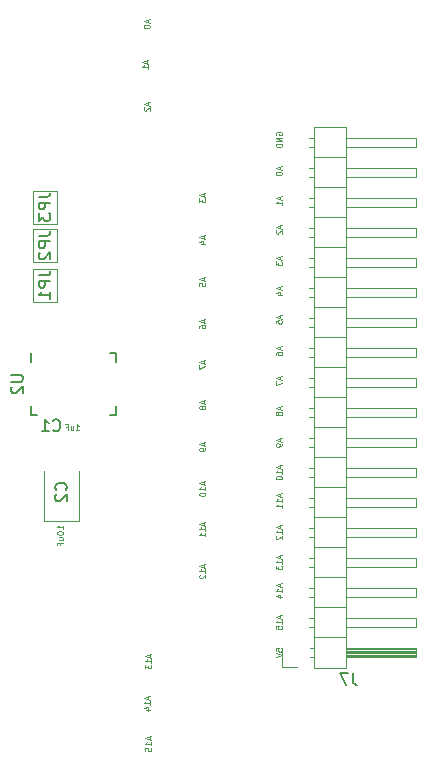
<source format=gbo>
G04 #@! TF.GenerationSoftware,KiCad,Pcbnew,(5.0.0)*
G04 #@! TF.CreationDate,2018-10-31T11:27:42+00:00*
G04 #@! TF.ProjectId,rpi0_HAT,727069305F4841542E6B696361645F70,rev?*
G04 #@! TF.SameCoordinates,Original*
G04 #@! TF.FileFunction,Legend,Bot*
G04 #@! TF.FilePolarity,Positive*
%FSLAX46Y46*%
G04 Gerber Fmt 4.6, Leading zero omitted, Abs format (unit mm)*
G04 Created by KiCad (PCBNEW (5.0.0)) date 10/31/18 11:27:42*
%MOMM*%
%LPD*%
G01*
G04 APERTURE LIST*
%ADD10C,0.125000*%
%ADD11C,0.150000*%
%ADD12C,0.120000*%
G04 APERTURE END LIST*
D10*
X131869619Y-118844190D02*
X132155333Y-118844190D01*
X132012476Y-118844190D02*
X132012476Y-118344190D01*
X132060095Y-118415619D01*
X132107714Y-118463238D01*
X132155333Y-118487047D01*
X131441047Y-118510857D02*
X131441047Y-118844190D01*
X131655333Y-118510857D02*
X131655333Y-118772761D01*
X131631523Y-118820380D01*
X131583904Y-118844190D01*
X131512476Y-118844190D01*
X131464857Y-118820380D01*
X131441047Y-118796571D01*
X131036285Y-118582285D02*
X131202952Y-118582285D01*
X131202952Y-118844190D02*
X131202952Y-118344190D01*
X130964857Y-118344190D01*
X130782190Y-127226285D02*
X130782190Y-126940571D01*
X130782190Y-127083428D02*
X130282190Y-127083428D01*
X130353619Y-127035809D01*
X130401238Y-126988190D01*
X130425047Y-126940571D01*
X130282190Y-127535809D02*
X130282190Y-127583428D01*
X130306000Y-127631047D01*
X130329809Y-127654857D01*
X130377428Y-127678666D01*
X130472666Y-127702476D01*
X130591714Y-127702476D01*
X130686952Y-127678666D01*
X130734571Y-127654857D01*
X130758380Y-127631047D01*
X130782190Y-127583428D01*
X130782190Y-127535809D01*
X130758380Y-127488190D01*
X130734571Y-127464380D01*
X130686952Y-127440571D01*
X130591714Y-127416761D01*
X130472666Y-127416761D01*
X130377428Y-127440571D01*
X130329809Y-127464380D01*
X130306000Y-127488190D01*
X130282190Y-127535809D01*
X130448857Y-128131047D02*
X130782190Y-128131047D01*
X130448857Y-127916761D02*
X130710761Y-127916761D01*
X130758380Y-127940571D01*
X130782190Y-127988190D01*
X130782190Y-128059619D01*
X130758380Y-128107238D01*
X130734571Y-128131047D01*
X130520285Y-128535809D02*
X130520285Y-128369142D01*
X130782190Y-128369142D02*
X130282190Y-128369142D01*
X130282190Y-128607238D01*
X138005333Y-84097857D02*
X138005333Y-84335952D01*
X138148190Y-84050238D02*
X137648190Y-84216904D01*
X138148190Y-84383571D01*
X137648190Y-84645476D02*
X137648190Y-84693095D01*
X137672000Y-84740714D01*
X137695809Y-84764523D01*
X137743428Y-84788333D01*
X137838666Y-84812142D01*
X137957714Y-84812142D01*
X138052952Y-84788333D01*
X138100571Y-84764523D01*
X138124380Y-84740714D01*
X138148190Y-84693095D01*
X138148190Y-84645476D01*
X138124380Y-84597857D01*
X138100571Y-84574047D01*
X138052952Y-84550238D01*
X137957714Y-84526428D01*
X137838666Y-84526428D01*
X137743428Y-84550238D01*
X137695809Y-84574047D01*
X137672000Y-84597857D01*
X137648190Y-84645476D01*
X137878333Y-87526857D02*
X137878333Y-87764952D01*
X138021190Y-87479238D02*
X137521190Y-87645904D01*
X138021190Y-87812571D01*
X138021190Y-88241142D02*
X138021190Y-87955428D01*
X138021190Y-88098285D02*
X137521190Y-88098285D01*
X137592619Y-88050666D01*
X137640238Y-88003047D01*
X137664047Y-87955428D01*
X138005333Y-91082857D02*
X138005333Y-91320952D01*
X138148190Y-91035238D02*
X137648190Y-91201904D01*
X138148190Y-91368571D01*
X137695809Y-91511428D02*
X137672000Y-91535238D01*
X137648190Y-91582857D01*
X137648190Y-91701904D01*
X137672000Y-91749523D01*
X137695809Y-91773333D01*
X137743428Y-91797142D01*
X137791047Y-91797142D01*
X137862476Y-91773333D01*
X138148190Y-91487619D01*
X138148190Y-91797142D01*
X138132333Y-144819761D02*
X138132333Y-145057857D01*
X138275190Y-144772142D02*
X137775190Y-144938809D01*
X138275190Y-145105476D01*
X138275190Y-145534047D02*
X138275190Y-145248333D01*
X138275190Y-145391190D02*
X137775190Y-145391190D01*
X137846619Y-145343571D01*
X137894238Y-145295952D01*
X137918047Y-145248333D01*
X137775190Y-145986428D02*
X137775190Y-145748333D01*
X138013285Y-145724523D01*
X137989476Y-145748333D01*
X137965666Y-145795952D01*
X137965666Y-145915000D01*
X137989476Y-145962619D01*
X138013285Y-145986428D01*
X138060904Y-146010238D01*
X138179952Y-146010238D01*
X138227571Y-145986428D01*
X138251380Y-145962619D01*
X138275190Y-145915000D01*
X138275190Y-145795952D01*
X138251380Y-145748333D01*
X138227571Y-145724523D01*
X138005333Y-141390761D02*
X138005333Y-141628857D01*
X138148190Y-141343142D02*
X137648190Y-141509809D01*
X138148190Y-141676476D01*
X138148190Y-142105047D02*
X138148190Y-141819333D01*
X138148190Y-141962190D02*
X137648190Y-141962190D01*
X137719619Y-141914571D01*
X137767238Y-141866952D01*
X137791047Y-141819333D01*
X137814857Y-142533619D02*
X138148190Y-142533619D01*
X137624380Y-142414571D02*
X137981523Y-142295523D01*
X137981523Y-142605047D01*
X138132333Y-137834761D02*
X138132333Y-138072857D01*
X138275190Y-137787142D02*
X137775190Y-137953809D01*
X138275190Y-138120476D01*
X138275190Y-138549047D02*
X138275190Y-138263333D01*
X138275190Y-138406190D02*
X137775190Y-138406190D01*
X137846619Y-138358571D01*
X137894238Y-138310952D01*
X137918047Y-138263333D01*
X137775190Y-138715714D02*
X137775190Y-139025238D01*
X137965666Y-138858571D01*
X137965666Y-138930000D01*
X137989476Y-138977619D01*
X138013285Y-139001428D01*
X138060904Y-139025238D01*
X138179952Y-139025238D01*
X138227571Y-139001428D01*
X138251380Y-138977619D01*
X138275190Y-138930000D01*
X138275190Y-138787142D01*
X138251380Y-138739523D01*
X138227571Y-138715714D01*
X142704333Y-116355857D02*
X142704333Y-116593952D01*
X142847190Y-116308238D02*
X142347190Y-116474904D01*
X142847190Y-116641571D01*
X142561476Y-116879666D02*
X142537666Y-116832047D01*
X142513857Y-116808238D01*
X142466238Y-116784428D01*
X142442428Y-116784428D01*
X142394809Y-116808238D01*
X142371000Y-116832047D01*
X142347190Y-116879666D01*
X142347190Y-116974904D01*
X142371000Y-117022523D01*
X142394809Y-117046333D01*
X142442428Y-117070142D01*
X142466238Y-117070142D01*
X142513857Y-117046333D01*
X142537666Y-117022523D01*
X142561476Y-116974904D01*
X142561476Y-116879666D01*
X142585285Y-116832047D01*
X142609095Y-116808238D01*
X142656714Y-116784428D01*
X142751952Y-116784428D01*
X142799571Y-116808238D01*
X142823380Y-116832047D01*
X142847190Y-116879666D01*
X142847190Y-116974904D01*
X142823380Y-117022523D01*
X142799571Y-117046333D01*
X142751952Y-117070142D01*
X142656714Y-117070142D01*
X142609095Y-117046333D01*
X142585285Y-117022523D01*
X142561476Y-116974904D01*
X142704333Y-109497857D02*
X142704333Y-109735952D01*
X142847190Y-109450238D02*
X142347190Y-109616904D01*
X142847190Y-109783571D01*
X142347190Y-110164523D02*
X142347190Y-110069285D01*
X142371000Y-110021666D01*
X142394809Y-109997857D01*
X142466238Y-109950238D01*
X142561476Y-109926428D01*
X142751952Y-109926428D01*
X142799571Y-109950238D01*
X142823380Y-109974047D01*
X142847190Y-110021666D01*
X142847190Y-110116904D01*
X142823380Y-110164523D01*
X142799571Y-110188333D01*
X142751952Y-110212142D01*
X142632904Y-110212142D01*
X142585285Y-110188333D01*
X142561476Y-110164523D01*
X142537666Y-110116904D01*
X142537666Y-110021666D01*
X142561476Y-109974047D01*
X142585285Y-109950238D01*
X142632904Y-109926428D01*
X142704333Y-105941857D02*
X142704333Y-106179952D01*
X142847190Y-105894238D02*
X142347190Y-106060904D01*
X142847190Y-106227571D01*
X142347190Y-106632333D02*
X142347190Y-106394238D01*
X142585285Y-106370428D01*
X142561476Y-106394238D01*
X142537666Y-106441857D01*
X142537666Y-106560904D01*
X142561476Y-106608523D01*
X142585285Y-106632333D01*
X142632904Y-106656142D01*
X142751952Y-106656142D01*
X142799571Y-106632333D01*
X142823380Y-106608523D01*
X142847190Y-106560904D01*
X142847190Y-106441857D01*
X142823380Y-106394238D01*
X142799571Y-106370428D01*
X142704333Y-112926857D02*
X142704333Y-113164952D01*
X142847190Y-112879238D02*
X142347190Y-113045904D01*
X142847190Y-113212571D01*
X142347190Y-113331619D02*
X142347190Y-113664952D01*
X142847190Y-113450666D01*
X142704333Y-98829857D02*
X142704333Y-99067952D01*
X142847190Y-98782238D02*
X142347190Y-98948904D01*
X142847190Y-99115571D01*
X142347190Y-99234619D02*
X142347190Y-99544142D01*
X142537666Y-99377476D01*
X142537666Y-99448904D01*
X142561476Y-99496523D01*
X142585285Y-99520333D01*
X142632904Y-99544142D01*
X142751952Y-99544142D01*
X142799571Y-99520333D01*
X142823380Y-99496523D01*
X142847190Y-99448904D01*
X142847190Y-99306047D01*
X142823380Y-99258428D01*
X142799571Y-99234619D01*
X142704333Y-102385857D02*
X142704333Y-102623952D01*
X142847190Y-102338238D02*
X142347190Y-102504904D01*
X142847190Y-102671571D01*
X142513857Y-103052523D02*
X142847190Y-103052523D01*
X142323380Y-102933476D02*
X142680523Y-102814428D01*
X142680523Y-103123952D01*
X142704333Y-130214761D02*
X142704333Y-130452857D01*
X142847190Y-130167142D02*
X142347190Y-130333809D01*
X142847190Y-130500476D01*
X142847190Y-130929047D02*
X142847190Y-130643333D01*
X142847190Y-130786190D02*
X142347190Y-130786190D01*
X142418619Y-130738571D01*
X142466238Y-130690952D01*
X142490047Y-130643333D01*
X142394809Y-131119523D02*
X142371000Y-131143333D01*
X142347190Y-131190952D01*
X142347190Y-131310000D01*
X142371000Y-131357619D01*
X142394809Y-131381428D01*
X142442428Y-131405238D01*
X142490047Y-131405238D01*
X142561476Y-131381428D01*
X142847190Y-131095714D01*
X142847190Y-131405238D01*
X142704333Y-126658761D02*
X142704333Y-126896857D01*
X142847190Y-126611142D02*
X142347190Y-126777809D01*
X142847190Y-126944476D01*
X142847190Y-127373047D02*
X142847190Y-127087333D01*
X142847190Y-127230190D02*
X142347190Y-127230190D01*
X142418619Y-127182571D01*
X142466238Y-127134952D01*
X142490047Y-127087333D01*
X142847190Y-127849238D02*
X142847190Y-127563523D01*
X142847190Y-127706380D02*
X142347190Y-127706380D01*
X142418619Y-127658761D01*
X142466238Y-127611142D01*
X142490047Y-127563523D01*
X142704333Y-119911857D02*
X142704333Y-120149952D01*
X142847190Y-119864238D02*
X142347190Y-120030904D01*
X142847190Y-120197571D01*
X142847190Y-120388047D02*
X142847190Y-120483285D01*
X142823380Y-120530904D01*
X142799571Y-120554714D01*
X142728142Y-120602333D01*
X142632904Y-120626142D01*
X142442428Y-120626142D01*
X142394809Y-120602333D01*
X142371000Y-120578523D01*
X142347190Y-120530904D01*
X142347190Y-120435666D01*
X142371000Y-120388047D01*
X142394809Y-120364238D01*
X142442428Y-120340428D01*
X142561476Y-120340428D01*
X142609095Y-120364238D01*
X142632904Y-120388047D01*
X142656714Y-120435666D01*
X142656714Y-120530904D01*
X142632904Y-120578523D01*
X142609095Y-120602333D01*
X142561476Y-120626142D01*
X142704333Y-123229761D02*
X142704333Y-123467857D01*
X142847190Y-123182142D02*
X142347190Y-123348809D01*
X142847190Y-123515476D01*
X142847190Y-123944047D02*
X142847190Y-123658333D01*
X142847190Y-123801190D02*
X142347190Y-123801190D01*
X142418619Y-123753571D01*
X142466238Y-123705952D01*
X142490047Y-123658333D01*
X142347190Y-124253571D02*
X142347190Y-124301190D01*
X142371000Y-124348809D01*
X142394809Y-124372619D01*
X142442428Y-124396428D01*
X142537666Y-124420238D01*
X142656714Y-124420238D01*
X142751952Y-124396428D01*
X142799571Y-124372619D01*
X142823380Y-124348809D01*
X142847190Y-124301190D01*
X142847190Y-124253571D01*
X142823380Y-124205952D01*
X142799571Y-124182142D01*
X142751952Y-124158333D01*
X142656714Y-124134523D01*
X142537666Y-124134523D01*
X142442428Y-124158333D01*
X142394809Y-124182142D01*
X142371000Y-124205952D01*
X142347190Y-124253571D01*
X149181333Y-134532761D02*
X149181333Y-134770857D01*
X149324190Y-134485142D02*
X148824190Y-134651809D01*
X149324190Y-134818476D01*
X149324190Y-135247047D02*
X149324190Y-134961333D01*
X149324190Y-135104190D02*
X148824190Y-135104190D01*
X148895619Y-135056571D01*
X148943238Y-135008952D01*
X148967047Y-134961333D01*
X148824190Y-135699428D02*
X148824190Y-135461333D01*
X149062285Y-135437523D01*
X149038476Y-135461333D01*
X149014666Y-135508952D01*
X149014666Y-135628000D01*
X149038476Y-135675619D01*
X149062285Y-135699428D01*
X149109904Y-135723238D01*
X149228952Y-135723238D01*
X149276571Y-135699428D01*
X149300380Y-135675619D01*
X149324190Y-135628000D01*
X149324190Y-135508952D01*
X149300380Y-135461333D01*
X149276571Y-135437523D01*
X148824190Y-137572761D02*
X148824190Y-137334666D01*
X149062285Y-137310857D01*
X149038476Y-137334666D01*
X149014666Y-137382285D01*
X149014666Y-137501333D01*
X149038476Y-137548952D01*
X149062285Y-137572761D01*
X149109904Y-137596571D01*
X149228952Y-137596571D01*
X149276571Y-137572761D01*
X149300380Y-137548952D01*
X149324190Y-137501333D01*
X149324190Y-137382285D01*
X149300380Y-137334666D01*
X149276571Y-137310857D01*
X148824190Y-137739428D02*
X149324190Y-137906095D01*
X148824190Y-138072761D01*
X149181333Y-131865761D02*
X149181333Y-132103857D01*
X149324190Y-131818142D02*
X148824190Y-131984809D01*
X149324190Y-132151476D01*
X149324190Y-132580047D02*
X149324190Y-132294333D01*
X149324190Y-132437190D02*
X148824190Y-132437190D01*
X148895619Y-132389571D01*
X148943238Y-132341952D01*
X148967047Y-132294333D01*
X148990857Y-133008619D02*
X149324190Y-133008619D01*
X148800380Y-132889571D02*
X149157523Y-132770523D01*
X149157523Y-133080047D01*
X149181333Y-126912761D02*
X149181333Y-127150857D01*
X149324190Y-126865142D02*
X148824190Y-127031809D01*
X149324190Y-127198476D01*
X149324190Y-127627047D02*
X149324190Y-127341333D01*
X149324190Y-127484190D02*
X148824190Y-127484190D01*
X148895619Y-127436571D01*
X148943238Y-127388952D01*
X148967047Y-127341333D01*
X148871809Y-127817523D02*
X148848000Y-127841333D01*
X148824190Y-127888952D01*
X148824190Y-128008000D01*
X148848000Y-128055619D01*
X148871809Y-128079428D01*
X148919428Y-128103238D01*
X148967047Y-128103238D01*
X149038476Y-128079428D01*
X149324190Y-127793714D01*
X149324190Y-128103238D01*
X149181333Y-129452761D02*
X149181333Y-129690857D01*
X149324190Y-129405142D02*
X148824190Y-129571809D01*
X149324190Y-129738476D01*
X149324190Y-130167047D02*
X149324190Y-129881333D01*
X149324190Y-130024190D02*
X148824190Y-130024190D01*
X148895619Y-129976571D01*
X148943238Y-129928952D01*
X148967047Y-129881333D01*
X148824190Y-130333714D02*
X148824190Y-130643238D01*
X149014666Y-130476571D01*
X149014666Y-130548000D01*
X149038476Y-130595619D01*
X149062285Y-130619428D01*
X149109904Y-130643238D01*
X149228952Y-130643238D01*
X149276571Y-130619428D01*
X149300380Y-130595619D01*
X149324190Y-130548000D01*
X149324190Y-130405142D01*
X149300380Y-130357523D01*
X149276571Y-130333714D01*
X149181333Y-124245761D02*
X149181333Y-124483857D01*
X149324190Y-124198142D02*
X148824190Y-124364809D01*
X149324190Y-124531476D01*
X149324190Y-124960047D02*
X149324190Y-124674333D01*
X149324190Y-124817190D02*
X148824190Y-124817190D01*
X148895619Y-124769571D01*
X148943238Y-124721952D01*
X148967047Y-124674333D01*
X149324190Y-125436238D02*
X149324190Y-125150523D01*
X149324190Y-125293380D02*
X148824190Y-125293380D01*
X148895619Y-125245761D01*
X148943238Y-125198142D01*
X148967047Y-125150523D01*
X149181333Y-119530857D02*
X149181333Y-119768952D01*
X149324190Y-119483238D02*
X148824190Y-119649904D01*
X149324190Y-119816571D01*
X149324190Y-120007047D02*
X149324190Y-120102285D01*
X149300380Y-120149904D01*
X149276571Y-120173714D01*
X149205142Y-120221333D01*
X149109904Y-120245142D01*
X148919428Y-120245142D01*
X148871809Y-120221333D01*
X148848000Y-120197523D01*
X148824190Y-120149904D01*
X148824190Y-120054666D01*
X148848000Y-120007047D01*
X148871809Y-119983238D01*
X148919428Y-119959428D01*
X149038476Y-119959428D01*
X149086095Y-119983238D01*
X149109904Y-120007047D01*
X149133714Y-120054666D01*
X149133714Y-120149904D01*
X149109904Y-120197523D01*
X149086095Y-120221333D01*
X149038476Y-120245142D01*
X149181333Y-116863857D02*
X149181333Y-117101952D01*
X149324190Y-116816238D02*
X148824190Y-116982904D01*
X149324190Y-117149571D01*
X149038476Y-117387666D02*
X149014666Y-117340047D01*
X148990857Y-117316238D01*
X148943238Y-117292428D01*
X148919428Y-117292428D01*
X148871809Y-117316238D01*
X148848000Y-117340047D01*
X148824190Y-117387666D01*
X148824190Y-117482904D01*
X148848000Y-117530523D01*
X148871809Y-117554333D01*
X148919428Y-117578142D01*
X148943238Y-117578142D01*
X148990857Y-117554333D01*
X149014666Y-117530523D01*
X149038476Y-117482904D01*
X149038476Y-117387666D01*
X149062285Y-117340047D01*
X149086095Y-117316238D01*
X149133714Y-117292428D01*
X149228952Y-117292428D01*
X149276571Y-117316238D01*
X149300380Y-117340047D01*
X149324190Y-117387666D01*
X149324190Y-117482904D01*
X149300380Y-117530523D01*
X149276571Y-117554333D01*
X149228952Y-117578142D01*
X149133714Y-117578142D01*
X149086095Y-117554333D01*
X149062285Y-117530523D01*
X149038476Y-117482904D01*
X149181333Y-121832761D02*
X149181333Y-122070857D01*
X149324190Y-121785142D02*
X148824190Y-121951809D01*
X149324190Y-122118476D01*
X149324190Y-122547047D02*
X149324190Y-122261333D01*
X149324190Y-122404190D02*
X148824190Y-122404190D01*
X148895619Y-122356571D01*
X148943238Y-122308952D01*
X148967047Y-122261333D01*
X148824190Y-122856571D02*
X148824190Y-122904190D01*
X148848000Y-122951809D01*
X148871809Y-122975619D01*
X148919428Y-122999428D01*
X149014666Y-123023238D01*
X149133714Y-123023238D01*
X149228952Y-122999428D01*
X149276571Y-122975619D01*
X149300380Y-122951809D01*
X149324190Y-122904190D01*
X149324190Y-122856571D01*
X149300380Y-122808952D01*
X149276571Y-122785142D01*
X149228952Y-122761333D01*
X149133714Y-122737523D01*
X149014666Y-122737523D01*
X148919428Y-122761333D01*
X148871809Y-122785142D01*
X148848000Y-122808952D01*
X148824190Y-122856571D01*
X149181333Y-111783857D02*
X149181333Y-112021952D01*
X149324190Y-111736238D02*
X148824190Y-111902904D01*
X149324190Y-112069571D01*
X148824190Y-112450523D02*
X148824190Y-112355285D01*
X148848000Y-112307666D01*
X148871809Y-112283857D01*
X148943238Y-112236238D01*
X149038476Y-112212428D01*
X149228952Y-112212428D01*
X149276571Y-112236238D01*
X149300380Y-112260047D01*
X149324190Y-112307666D01*
X149324190Y-112402904D01*
X149300380Y-112450523D01*
X149276571Y-112474333D01*
X149228952Y-112498142D01*
X149109904Y-112498142D01*
X149062285Y-112474333D01*
X149038476Y-112450523D01*
X149014666Y-112402904D01*
X149014666Y-112307666D01*
X149038476Y-112260047D01*
X149062285Y-112236238D01*
X149109904Y-112212428D01*
X149181333Y-114323857D02*
X149181333Y-114561952D01*
X149324190Y-114276238D02*
X148824190Y-114442904D01*
X149324190Y-114609571D01*
X148824190Y-114728619D02*
X148824190Y-115061952D01*
X149324190Y-114847666D01*
X149181333Y-109116857D02*
X149181333Y-109354952D01*
X149324190Y-109069238D02*
X148824190Y-109235904D01*
X149324190Y-109402571D01*
X148824190Y-109807333D02*
X148824190Y-109569238D01*
X149062285Y-109545428D01*
X149038476Y-109569238D01*
X149014666Y-109616857D01*
X149014666Y-109735904D01*
X149038476Y-109783523D01*
X149062285Y-109807333D01*
X149109904Y-109831142D01*
X149228952Y-109831142D01*
X149276571Y-109807333D01*
X149300380Y-109783523D01*
X149324190Y-109735904D01*
X149324190Y-109616857D01*
X149300380Y-109569238D01*
X149276571Y-109545428D01*
X149181333Y-104163857D02*
X149181333Y-104401952D01*
X149324190Y-104116238D02*
X148824190Y-104282904D01*
X149324190Y-104449571D01*
X148824190Y-104568619D02*
X148824190Y-104878142D01*
X149014666Y-104711476D01*
X149014666Y-104782904D01*
X149038476Y-104830523D01*
X149062285Y-104854333D01*
X149109904Y-104878142D01*
X149228952Y-104878142D01*
X149276571Y-104854333D01*
X149300380Y-104830523D01*
X149324190Y-104782904D01*
X149324190Y-104640047D01*
X149300380Y-104592428D01*
X149276571Y-104568619D01*
X149181333Y-106703857D02*
X149181333Y-106941952D01*
X149324190Y-106656238D02*
X148824190Y-106822904D01*
X149324190Y-106989571D01*
X148990857Y-107370523D02*
X149324190Y-107370523D01*
X148800380Y-107251476D02*
X149157523Y-107132428D01*
X149157523Y-107441952D01*
X149181333Y-101496857D02*
X149181333Y-101734952D01*
X149324190Y-101449238D02*
X148824190Y-101615904D01*
X149324190Y-101782571D01*
X148871809Y-101925428D02*
X148848000Y-101949238D01*
X148824190Y-101996857D01*
X148824190Y-102115904D01*
X148848000Y-102163523D01*
X148871809Y-102187333D01*
X148919428Y-102211142D01*
X148967047Y-102211142D01*
X149038476Y-102187333D01*
X149324190Y-101901619D01*
X149324190Y-102211142D01*
X149181333Y-99083857D02*
X149181333Y-99321952D01*
X149324190Y-99036238D02*
X148824190Y-99202904D01*
X149324190Y-99369571D01*
X149324190Y-99798142D02*
X149324190Y-99512428D01*
X149324190Y-99655285D02*
X148824190Y-99655285D01*
X148895619Y-99607666D01*
X148943238Y-99560047D01*
X148967047Y-99512428D01*
X149181333Y-96543857D02*
X149181333Y-96781952D01*
X149324190Y-96496238D02*
X148824190Y-96662904D01*
X149324190Y-96829571D01*
X148824190Y-97091476D02*
X148824190Y-97139095D01*
X148848000Y-97186714D01*
X148871809Y-97210523D01*
X148919428Y-97234333D01*
X149014666Y-97258142D01*
X149133714Y-97258142D01*
X149228952Y-97234333D01*
X149276571Y-97210523D01*
X149300380Y-97186714D01*
X149324190Y-97139095D01*
X149324190Y-97091476D01*
X149300380Y-97043857D01*
X149276571Y-97020047D01*
X149228952Y-96996238D01*
X149133714Y-96972428D01*
X149014666Y-96972428D01*
X148919428Y-96996238D01*
X148871809Y-97020047D01*
X148848000Y-97043857D01*
X148824190Y-97091476D01*
X148848000Y-93853047D02*
X148824190Y-93805428D01*
X148824190Y-93734000D01*
X148848000Y-93662571D01*
X148895619Y-93614952D01*
X148943238Y-93591142D01*
X149038476Y-93567333D01*
X149109904Y-93567333D01*
X149205142Y-93591142D01*
X149252761Y-93614952D01*
X149300380Y-93662571D01*
X149324190Y-93734000D01*
X149324190Y-93781619D01*
X149300380Y-93853047D01*
X149276571Y-93876857D01*
X149109904Y-93876857D01*
X149109904Y-93781619D01*
X149324190Y-94091142D02*
X148824190Y-94091142D01*
X149324190Y-94376857D01*
X148824190Y-94376857D01*
X149324190Y-94614952D02*
X148824190Y-94614952D01*
X148824190Y-94734000D01*
X148848000Y-94805428D01*
X148895619Y-94853047D01*
X148943238Y-94876857D01*
X149038476Y-94900666D01*
X149109904Y-94900666D01*
X149205142Y-94876857D01*
X149252761Y-94853047D01*
X149300380Y-94805428D01*
X149324190Y-94734000D01*
X149324190Y-94614952D01*
D11*
G04 #@! TO.C,U2*
X128074000Y-117560000D02*
X128599000Y-117560000D01*
X135324000Y-112310000D02*
X134799000Y-112310000D01*
X135324000Y-117560000D02*
X134799000Y-117560000D01*
X128074000Y-112310000D02*
X128074000Y-113085000D01*
X135324000Y-112310000D02*
X135324000Y-113085000D01*
X135324000Y-117560000D02*
X135324000Y-116785000D01*
X128074000Y-117560000D02*
X128074000Y-116785000D01*
D12*
G04 #@! TO.C,JP3*
X130286000Y-98564000D02*
X128286000Y-98564000D01*
X130286000Y-101364000D02*
X130286000Y-98564000D01*
X128286000Y-101364000D02*
X130286000Y-101364000D01*
X128286000Y-98564000D02*
X128286000Y-101364000D01*
G04 #@! TO.C,C2*
X132193000Y-122329000D02*
X132193000Y-126539000D01*
X132193000Y-126539000D02*
X129173000Y-126539000D01*
X129173000Y-126539000D02*
X129173000Y-122329000D01*
G04 #@! TO.C,J7*
X152062000Y-138998000D02*
X152062000Y-93158000D01*
X152062000Y-93158000D02*
X154722000Y-93158000D01*
X154722000Y-93158000D02*
X154722000Y-138998000D01*
X154722000Y-138998000D02*
X152062000Y-138998000D01*
X154722000Y-138048000D02*
X160722000Y-138048000D01*
X160722000Y-138048000D02*
X160722000Y-137288000D01*
X160722000Y-137288000D02*
X154722000Y-137288000D01*
X154722000Y-137988000D02*
X160722000Y-137988000D01*
X154722000Y-137868000D02*
X160722000Y-137868000D01*
X154722000Y-137748000D02*
X160722000Y-137748000D01*
X154722000Y-137628000D02*
X160722000Y-137628000D01*
X154722000Y-137508000D02*
X160722000Y-137508000D01*
X154722000Y-137388000D02*
X160722000Y-137388000D01*
X151732000Y-138048000D02*
X152062000Y-138048000D01*
X151732000Y-137288000D02*
X152062000Y-137288000D01*
X152062000Y-136398000D02*
X154722000Y-136398000D01*
X154722000Y-135508000D02*
X160722000Y-135508000D01*
X160722000Y-135508000D02*
X160722000Y-134748000D01*
X160722000Y-134748000D02*
X154722000Y-134748000D01*
X151664929Y-135508000D02*
X152062000Y-135508000D01*
X151664929Y-134748000D02*
X152062000Y-134748000D01*
X152062000Y-133858000D02*
X154722000Y-133858000D01*
X154722000Y-132968000D02*
X160722000Y-132968000D01*
X160722000Y-132968000D02*
X160722000Y-132208000D01*
X160722000Y-132208000D02*
X154722000Y-132208000D01*
X151664929Y-132968000D02*
X152062000Y-132968000D01*
X151664929Y-132208000D02*
X152062000Y-132208000D01*
X152062000Y-131318000D02*
X154722000Y-131318000D01*
X154722000Y-130428000D02*
X160722000Y-130428000D01*
X160722000Y-130428000D02*
X160722000Y-129668000D01*
X160722000Y-129668000D02*
X154722000Y-129668000D01*
X151664929Y-130428000D02*
X152062000Y-130428000D01*
X151664929Y-129668000D02*
X152062000Y-129668000D01*
X152062000Y-128778000D02*
X154722000Y-128778000D01*
X154722000Y-127888000D02*
X160722000Y-127888000D01*
X160722000Y-127888000D02*
X160722000Y-127128000D01*
X160722000Y-127128000D02*
X154722000Y-127128000D01*
X151664929Y-127888000D02*
X152062000Y-127888000D01*
X151664929Y-127128000D02*
X152062000Y-127128000D01*
X152062000Y-126238000D02*
X154722000Y-126238000D01*
X154722000Y-125348000D02*
X160722000Y-125348000D01*
X160722000Y-125348000D02*
X160722000Y-124588000D01*
X160722000Y-124588000D02*
X154722000Y-124588000D01*
X151664929Y-125348000D02*
X152062000Y-125348000D01*
X151664929Y-124588000D02*
X152062000Y-124588000D01*
X152062000Y-123698000D02*
X154722000Y-123698000D01*
X154722000Y-122808000D02*
X160722000Y-122808000D01*
X160722000Y-122808000D02*
X160722000Y-122048000D01*
X160722000Y-122048000D02*
X154722000Y-122048000D01*
X151664929Y-122808000D02*
X152062000Y-122808000D01*
X151664929Y-122048000D02*
X152062000Y-122048000D01*
X152062000Y-121158000D02*
X154722000Y-121158000D01*
X154722000Y-120268000D02*
X160722000Y-120268000D01*
X160722000Y-120268000D02*
X160722000Y-119508000D01*
X160722000Y-119508000D02*
X154722000Y-119508000D01*
X151664929Y-120268000D02*
X152062000Y-120268000D01*
X151664929Y-119508000D02*
X152062000Y-119508000D01*
X152062000Y-118618000D02*
X154722000Y-118618000D01*
X154722000Y-117728000D02*
X160722000Y-117728000D01*
X160722000Y-117728000D02*
X160722000Y-116968000D01*
X160722000Y-116968000D02*
X154722000Y-116968000D01*
X151664929Y-117728000D02*
X152062000Y-117728000D01*
X151664929Y-116968000D02*
X152062000Y-116968000D01*
X152062000Y-116078000D02*
X154722000Y-116078000D01*
X154722000Y-115188000D02*
X160722000Y-115188000D01*
X160722000Y-115188000D02*
X160722000Y-114428000D01*
X160722000Y-114428000D02*
X154722000Y-114428000D01*
X151664929Y-115188000D02*
X152062000Y-115188000D01*
X151664929Y-114428000D02*
X152062000Y-114428000D01*
X152062000Y-113538000D02*
X154722000Y-113538000D01*
X154722000Y-112648000D02*
X160722000Y-112648000D01*
X160722000Y-112648000D02*
X160722000Y-111888000D01*
X160722000Y-111888000D02*
X154722000Y-111888000D01*
X151664929Y-112648000D02*
X152062000Y-112648000D01*
X151664929Y-111888000D02*
X152062000Y-111888000D01*
X152062000Y-110998000D02*
X154722000Y-110998000D01*
X154722000Y-110108000D02*
X160722000Y-110108000D01*
X160722000Y-110108000D02*
X160722000Y-109348000D01*
X160722000Y-109348000D02*
X154722000Y-109348000D01*
X151664929Y-110108000D02*
X152062000Y-110108000D01*
X151664929Y-109348000D02*
X152062000Y-109348000D01*
X152062000Y-108458000D02*
X154722000Y-108458000D01*
X154722000Y-107568000D02*
X160722000Y-107568000D01*
X160722000Y-107568000D02*
X160722000Y-106808000D01*
X160722000Y-106808000D02*
X154722000Y-106808000D01*
X151664929Y-107568000D02*
X152062000Y-107568000D01*
X151664929Y-106808000D02*
X152062000Y-106808000D01*
X152062000Y-105918000D02*
X154722000Y-105918000D01*
X154722000Y-105028000D02*
X160722000Y-105028000D01*
X160722000Y-105028000D02*
X160722000Y-104268000D01*
X160722000Y-104268000D02*
X154722000Y-104268000D01*
X151664929Y-105028000D02*
X152062000Y-105028000D01*
X151664929Y-104268000D02*
X152062000Y-104268000D01*
X152062000Y-103378000D02*
X154722000Y-103378000D01*
X154722000Y-102488000D02*
X160722000Y-102488000D01*
X160722000Y-102488000D02*
X160722000Y-101728000D01*
X160722000Y-101728000D02*
X154722000Y-101728000D01*
X151664929Y-102488000D02*
X152062000Y-102488000D01*
X151664929Y-101728000D02*
X152062000Y-101728000D01*
X152062000Y-100838000D02*
X154722000Y-100838000D01*
X154722000Y-99948000D02*
X160722000Y-99948000D01*
X160722000Y-99948000D02*
X160722000Y-99188000D01*
X160722000Y-99188000D02*
X154722000Y-99188000D01*
X151664929Y-99948000D02*
X152062000Y-99948000D01*
X151664929Y-99188000D02*
X152062000Y-99188000D01*
X152062000Y-98298000D02*
X154722000Y-98298000D01*
X154722000Y-97408000D02*
X160722000Y-97408000D01*
X160722000Y-97408000D02*
X160722000Y-96648000D01*
X160722000Y-96648000D02*
X154722000Y-96648000D01*
X151664929Y-97408000D02*
X152062000Y-97408000D01*
X151664929Y-96648000D02*
X152062000Y-96648000D01*
X152062000Y-95758000D02*
X154722000Y-95758000D01*
X154722000Y-94868000D02*
X160722000Y-94868000D01*
X160722000Y-94868000D02*
X160722000Y-94108000D01*
X160722000Y-94108000D02*
X154722000Y-94108000D01*
X151664929Y-94868000D02*
X152062000Y-94868000D01*
X151664929Y-94108000D02*
X152062000Y-94108000D01*
X149352000Y-137668000D02*
X149352000Y-138938000D01*
X149352000Y-138938000D02*
X150622000Y-138938000D01*
G04 #@! TO.C,JP1*
X130286000Y-105168000D02*
X128286000Y-105168000D01*
X130286000Y-107968000D02*
X130286000Y-105168000D01*
X128286000Y-107968000D02*
X130286000Y-107968000D01*
X128286000Y-105168000D02*
X128286000Y-107968000D01*
G04 #@! TO.C,JP2*
X128286000Y-101836000D02*
X128286000Y-104636000D01*
X128286000Y-104636000D02*
X130286000Y-104636000D01*
X130286000Y-104636000D02*
X130286000Y-101836000D01*
X130286000Y-101836000D02*
X128286000Y-101836000D01*
G04 #@! TO.C,U2*
D11*
X126401380Y-114173095D02*
X127210904Y-114173095D01*
X127306142Y-114220714D01*
X127353761Y-114268333D01*
X127401380Y-114363571D01*
X127401380Y-114554047D01*
X127353761Y-114649285D01*
X127306142Y-114696904D01*
X127210904Y-114744523D01*
X126401380Y-114744523D01*
X126496619Y-115173095D02*
X126449000Y-115220714D01*
X126401380Y-115315952D01*
X126401380Y-115554047D01*
X126449000Y-115649285D01*
X126496619Y-115696904D01*
X126591857Y-115744523D01*
X126687095Y-115744523D01*
X126829952Y-115696904D01*
X127401380Y-115125476D01*
X127401380Y-115744523D01*
G04 #@! TO.C,JP3*
X128738380Y-99115666D02*
X129452666Y-99115666D01*
X129595523Y-99068047D01*
X129690761Y-98972809D01*
X129738380Y-98829952D01*
X129738380Y-98734714D01*
X129738380Y-99591857D02*
X128738380Y-99591857D01*
X128738380Y-99972809D01*
X128786000Y-100068047D01*
X128833619Y-100115666D01*
X128928857Y-100163285D01*
X129071714Y-100163285D01*
X129166952Y-100115666D01*
X129214571Y-100068047D01*
X129262190Y-99972809D01*
X129262190Y-99591857D01*
X128738380Y-100496619D02*
X128738380Y-101115666D01*
X129119333Y-100782333D01*
X129119333Y-100925190D01*
X129166952Y-101020428D01*
X129214571Y-101068047D01*
X129309809Y-101115666D01*
X129547904Y-101115666D01*
X129643142Y-101068047D01*
X129690761Y-101020428D01*
X129738380Y-100925190D01*
X129738380Y-100639476D01*
X129690761Y-100544238D01*
X129643142Y-100496619D01*
G04 #@! TO.C,C2*
X131040142Y-123912333D02*
X131087761Y-123864714D01*
X131135380Y-123721857D01*
X131135380Y-123626619D01*
X131087761Y-123483761D01*
X130992523Y-123388523D01*
X130897285Y-123340904D01*
X130706809Y-123293285D01*
X130563952Y-123293285D01*
X130373476Y-123340904D01*
X130278238Y-123388523D01*
X130183000Y-123483761D01*
X130135380Y-123626619D01*
X130135380Y-123721857D01*
X130183000Y-123864714D01*
X130230619Y-123912333D01*
X130230619Y-124293285D02*
X130183000Y-124340904D01*
X130135380Y-124436142D01*
X130135380Y-124674238D01*
X130183000Y-124769476D01*
X130230619Y-124817095D01*
X130325857Y-124864714D01*
X130421095Y-124864714D01*
X130563952Y-124817095D01*
X131135380Y-124245666D01*
X131135380Y-124864714D01*
G04 #@! TO.C,C1*
X129960666Y-118848142D02*
X130008285Y-118895761D01*
X130151142Y-118943380D01*
X130246380Y-118943380D01*
X130389238Y-118895761D01*
X130484476Y-118800523D01*
X130532095Y-118705285D01*
X130579714Y-118514809D01*
X130579714Y-118371952D01*
X130532095Y-118181476D01*
X130484476Y-118086238D01*
X130389238Y-117991000D01*
X130246380Y-117943380D01*
X130151142Y-117943380D01*
X130008285Y-117991000D01*
X129960666Y-118038619D01*
X129008285Y-118943380D02*
X129579714Y-118943380D01*
X129294000Y-118943380D02*
X129294000Y-117943380D01*
X129389238Y-118086238D01*
X129484476Y-118181476D01*
X129579714Y-118229095D01*
G04 #@! TO.C,J7*
X155340333Y-139390380D02*
X155340333Y-140104666D01*
X155387952Y-140247523D01*
X155483190Y-140342761D01*
X155626047Y-140390380D01*
X155721285Y-140390380D01*
X154959380Y-139390380D02*
X154292714Y-139390380D01*
X154721285Y-140390380D01*
G04 #@! TO.C,JP1*
X128738380Y-105734666D02*
X129452666Y-105734666D01*
X129595523Y-105687047D01*
X129690761Y-105591809D01*
X129738380Y-105448952D01*
X129738380Y-105353714D01*
X129738380Y-106210857D02*
X128738380Y-106210857D01*
X128738380Y-106591809D01*
X128786000Y-106687047D01*
X128833619Y-106734666D01*
X128928857Y-106782285D01*
X129071714Y-106782285D01*
X129166952Y-106734666D01*
X129214571Y-106687047D01*
X129262190Y-106591809D01*
X129262190Y-106210857D01*
X129738380Y-107734666D02*
X129738380Y-107163238D01*
X129738380Y-107448952D02*
X128738380Y-107448952D01*
X128881238Y-107353714D01*
X128976476Y-107258476D01*
X129024095Y-107163238D01*
G04 #@! TO.C,JP2*
X128738380Y-102402666D02*
X129452666Y-102402666D01*
X129595523Y-102355047D01*
X129690761Y-102259809D01*
X129738380Y-102116952D01*
X129738380Y-102021714D01*
X129738380Y-102878857D02*
X128738380Y-102878857D01*
X128738380Y-103259809D01*
X128786000Y-103355047D01*
X128833619Y-103402666D01*
X128928857Y-103450285D01*
X129071714Y-103450285D01*
X129166952Y-103402666D01*
X129214571Y-103355047D01*
X129262190Y-103259809D01*
X129262190Y-102878857D01*
X128833619Y-103831238D02*
X128786000Y-103878857D01*
X128738380Y-103974095D01*
X128738380Y-104212190D01*
X128786000Y-104307428D01*
X128833619Y-104355047D01*
X128928857Y-104402666D01*
X129024095Y-104402666D01*
X129166952Y-104355047D01*
X129738380Y-103783619D01*
X129738380Y-104402666D01*
G04 #@! TD*
M02*

</source>
